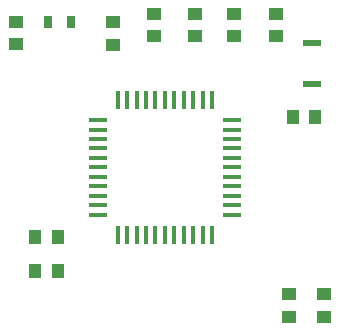
<source format=gbr>
G04 DipTrace 3.1.0.1*
G04 TopPaste.gbr*
%MOIN*%
G04 #@! TF.FileFunction,Paste,Top*
G04 #@! TF.Part,Single*
%ADD39R,0.011811X0.062992*%
%ADD41R,0.062992X0.011811*%
%ADD43R,0.059055X0.023622*%
%ADD47R,0.031496X0.03937*%
%ADD53R,0.043307X0.051181*%
%ADD55R,0.051181X0.043307*%
%FSLAX26Y26*%
G04*
G70*
G90*
G75*
G01*
G04 TopPaste*
%LPD*%
D55*
X1087008Y1492126D3*
Y1566929D3*
X1223229Y1492126D3*
Y1566929D3*
X1352362Y1492126D3*
Y1566929D3*
X1493701Y1492126D3*
Y1566929D3*
D53*
X1549607Y1224016D3*
X1624410D3*
D55*
X625591Y1539764D3*
Y1464961D3*
X949607Y1539370D3*
Y1464567D3*
D47*
X731496Y1539764D3*
X810236D3*
D55*
X1536614Y557874D3*
Y632677D3*
X1653150Y557874D3*
Y632677D3*
D53*
X764961Y822835D3*
X690158D3*
Y710236D3*
X764961D3*
D43*
X1612205Y1468504D3*
Y1334646D3*
D41*
X898425Y1212992D3*
Y1181496D3*
Y1150000D3*
Y1118504D3*
Y1087008D3*
Y1055512D3*
Y1024016D3*
Y992520D3*
Y961024D3*
Y929528D3*
Y898032D3*
D39*
X965355Y831103D3*
X996851D3*
X1028347D3*
X1059843D3*
X1091339D3*
X1122835D3*
X1154331D3*
X1185827D3*
X1217323D3*
X1248819D3*
X1280315D3*
D41*
X1347244Y898032D3*
Y929528D3*
Y961024D3*
Y992520D3*
Y1024016D3*
Y1055512D3*
Y1087008D3*
Y1118504D3*
Y1150000D3*
Y1181496D3*
Y1212992D3*
D39*
X1280315Y1279921D3*
X1248819D3*
X1217323D3*
X1185827D3*
X1154331D3*
X1122835D3*
X1091339D3*
X1059843D3*
X1028347D3*
X996851D3*
X965355D3*
M02*

</source>
